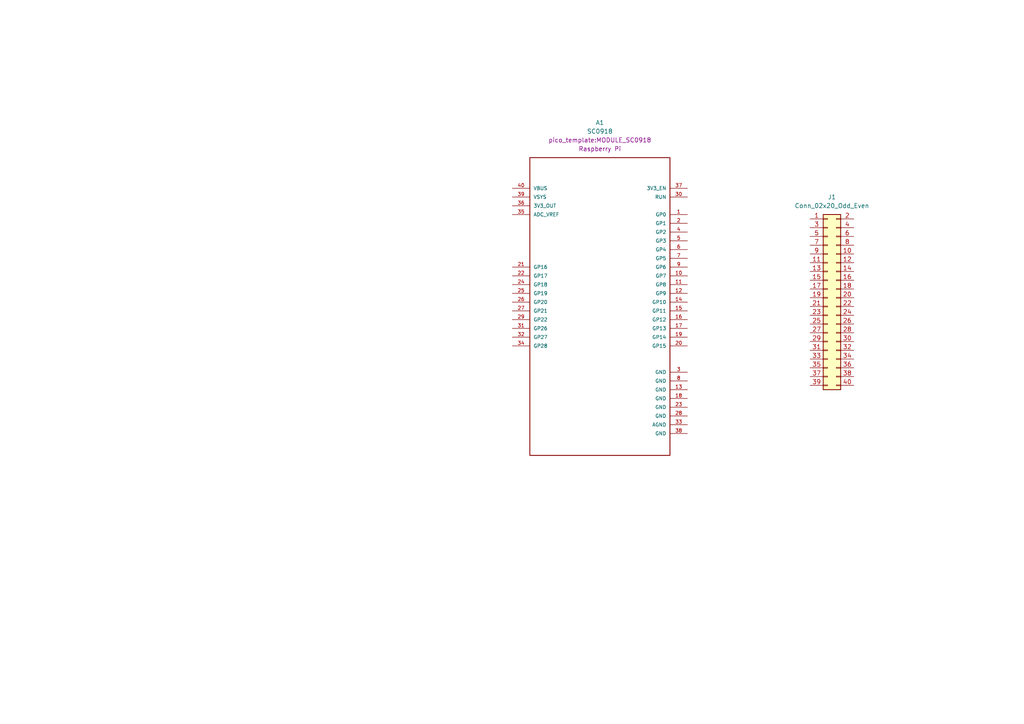
<source format=kicad_sch>
(kicad_sch (version 20231120) (generator "eeschema") (generator_version "8.0")
  (paper "A4")
  (lib_symbols
    (symbol "Connector_Generic:Conn_02x20_Odd_Even" (pin_names (offset 1.016) hide)
      (property "Reference" "J" (at 1.27 25.4 0))
      (property "Value" "Conn_02x20_Odd_Even" (at 1.27 -27.94 0))
      (symbol "Conn_02x20_Odd_Even_1_1"
        (rectangle (start -1.27 -25.273) (end 0 -25.527) (stroke (width 0.1524)))
        (rectangle (start -1.27 -22.733) (end 0 -22.987) (stroke (width 0.1524)))
        (rectangle (start -1.27 -20.193) (end 0 -20.447) (stroke (width 0.1524)))
        (rectangle (start -1.27 -17.653) (end 0 -17.907) (stroke (width 0.1524)))
        (rectangle (start -1.27 -15.113) (end 0 -15.367) (stroke (width 0.1524)))
        (rectangle (start -1.27 -12.573) (end 0 -12.827) (stroke (width 0.1524)))
        (rectangle (start -1.27 -10.033) (end 0 -10.287) (stroke (width 0.1524)))
        (rectangle (start -1.27 -7.493) (end 0 -7.747) (stroke (width 0.1524)))
        (rectangle (start -1.27 -4.953) (end 0 -5.207) (stroke (width 0.1524)))
        (rectangle (start -1.27 -2.413) (end 0 -2.667) (stroke (width 0.1524)))
        (rectangle (start -1.27 0.127) (end 0 -0.127) (stroke (width 0.1524)))
        (rectangle (start -1.27 2.667) (end 0 2.413) (stroke (width 0.1524)))
        (rectangle (start -1.27 5.207) (end 0 4.953) (stroke (width 0.1524)))
        (rectangle (start -1.27 7.747) (end 0 7.493) (stroke (width 0.1524)))
        (rectangle (start -1.27 10.287) (end 0 10.033) (stroke (width 0.1524)))
        (rectangle (start -1.27 12.827) (end 0 12.573) (stroke (width 0.1524)))
        (rectangle (start -1.27 15.367) (end 0 15.113) (stroke (width 0.1524)))
        (rectangle (start -1.27 17.907) (end 0 17.653) (stroke (width 0.1524)))
        (rectangle (start -1.27 20.447) (end 0 20.193) (stroke (width 0.1524)))
        (rectangle (start -1.27 22.987) (end 0 22.733) (stroke (width 0.1524)))
        (rectangle (start -1.27 24.13) (end 3.81 -26.67) (stroke (width 0.254)) (fill (type background)))
        (rectangle (start 3.81 -25.273) (end 2.54 -25.527) (stroke (width 0.1524)))
        (rectangle (start 3.81 -22.733) (end 2.54 -22.987) (stroke (width 0.1524)))
        (rectangle (start 3.81 -20.193) (end 2.54 -20.447) (stroke (width 0.1524)))
        (rectangle (start 3.81 -17.653) (end 2.54 -17.907) (stroke (width 0.1524)))
        (rectangle (start 3.81 -15.113) (end 2.54 -15.367) (stroke (width 0.1524)))
        (rectangle (start 3.81 -12.573) (end 2.54 -12.827) (stroke (width 0.1524)))
        (rectangle (start 3.81 -10.033) (end 2.54 -10.287) (stroke (width 0.1524)))
        (rectangle (start 3.81 -7.493) (end 2.54 -7.747) (stroke (width 0.1524)))
        (rectangle (start 3.81 -4.953) (end 2.54 -5.207) (stroke (width 0.1524)))
        (rectangle (start 3.81 -2.413) (end 2.54 -2.667) (stroke (width 0.1524)))
        (rectangle (start 3.81 0.127) (end 2.54 -0.127) (stroke (width 0.1524)))
        (rectangle (start 3.81 2.667) (end 2.54 2.413) (stroke (width 0.1524)))
        (rectangle (start 3.81 5.207) (end 2.54 4.953) (stroke (width 0.1524)))
        (rectangle (start 3.81 7.747) (end 2.54 7.493) (stroke (width 0.1524)))
        (rectangle (start 3.81 10.287) (end 2.54 10.033) (stroke (width 0.1524)))
        (rectangle (start 3.81 12.827) (end 2.54 12.573) (stroke (width 0.1524)))
        (rectangle (start 3.81 15.367) (end 2.54 15.113) (stroke (width 0.1524)))
        (rectangle (start 3.81 17.907) (end 2.54 17.653) (stroke (width 0.1524)))
        (rectangle (start 3.81 20.447) (end 2.54 20.193) (stroke (width 0.1524)))
        (rectangle (start 3.81 22.987) (end 2.54 22.733) (stroke (width 0.1524)))
        (pin passive line (at -5.08 22.86 0) (length 3.81) (name "Pin_1") (number "1"))
        (pin passive line (at 7.62 12.7 180) (length 3.81) (name "Pin_10") (number "10"))
        (pin passive line (at -5.08 10.16 0) (length 3.81) (name "Pin_11") (number "11"))
        (pin passive line (at 7.62 10.16 180) (length 3.81) (name "Pin_12") (number "12"))
        (pin passive line (at -5.08 7.62 0) (length 3.81) (name "Pin_13") (number "13"))
        (pin passive line (at 7.62 7.62 180) (length 3.81) (name "Pin_14") (number "14"))
        (pin passive line (at -5.08 5.08 0) (length 3.81) (name "Pin_15") (number "15"))
        (pin passive line (at 7.62 5.08 180) (length 3.81) (name "Pin_16") (number "16"))
        (pin passive line (at -5.08 2.54 0) (length 3.81) (name "Pin_17") (number "17"))
        (pin passive line (at 7.62 2.54 180) (length 3.81) (name "Pin_18") (number "18"))
        (pin passive line (at -5.08 0 0) (length 3.81) (name "Pin_19") (number "19"))
        (pin passive line (at 7.62 22.86 180) (length 3.81) (name "Pin_2") (number "2"))
        (pin passive line (at 7.62 0 180) (length 3.81) (name "Pin_20") (number "20"))
        (pin passive line (at -5.08 -2.54 0) (length 3.81) (name "Pin_21") (number "21"))
        (pin passive line (at 7.62 -2.54 180) (length 3.81) (name "Pin_22") (number "22"))
        (pin passive line (at -5.08 -5.08 0) (length 3.81) (name "Pin_23") (number "23"))
        (pin passive line (at 7.62 -5.08 180) (length 3.81) (name "Pin_24") (number "24"))
        (pin passive line (at -5.08 -7.62 0) (length 3.81) (name "Pin_25") (number "25"))
        (pin passive line (at 7.62 -7.62 180) (length 3.81) (name "Pin_26") (number "26"))
        (pin passive line (at -5.08 -10.16 0) (length 3.81) (name "Pin_27") (number "27"))
        (pin passive line (at 7.62 -10.16 180) (length 3.81) (name "Pin_28") (number "28"))
        (pin passive line (at -5.08 -12.7 0) (length 3.81) (name "Pin_29") (number "29"))
        (pin passive line (at -5.08 20.32 0) (length 3.81) (name "Pin_3") (number "3"))
        (pin passive line (at 7.62 -12.7 180) (length 3.81) (name "Pin_30") (number "30"))
        (pin passive line (at -5.08 -15.24 0) (length 3.81) (name "Pin_31") (number "31"))
        (pin passive line (at 7.62 -15.24 180) (length 3.81) (name "Pin_32") (number "32"))
        (pin passive line (at -5.08 -17.78 0) (length 3.81) (name "Pin_33") (number "33"))
        (pin passive line (at 7.62 -17.78 180) (length 3.81) (name "Pin_34") (number "34"))
        (pin passive line (at -5.08 -20.32 0) (length 3.81) (name "Pin_35") (number "35"))
        (pin passive line (at 7.62 -20.32 180) (length 3.81) (name "Pin_36") (number "36"))
        (pin passive line (at -5.08 -22.86 0) (length 3.81) (name "Pin_37") (number "37"))
        (pin passive line (at 7.62 -22.86 180) (length 3.81) (name "Pin_38") (number "38"))
        (pin passive line (at -5.08 -25.4 0) (length 3.81) (name "Pin_39") (number "39"))
        (pin passive line (at 7.62 20.32 180) (length 3.81) (name "Pin_4") (number "4"))
        (pin passive line (at 7.62 -25.4 180) (length 3.81) (name "Pin_40") (number "40"))
        (pin passive line (at -5.08 17.78 0) (length 3.81) (name "Pin_5") (number "5"))
        (pin passive line (at 7.62 17.78 180) (length 3.81) (name "Pin_6") (number "6"))
        (pin passive line (at -5.08 15.24 0) (length 3.81) (name "Pin_7") (number "7"))
        (pin passive line (at 7.62 15.24 180) (length 3.81) (name "Pin_8") (number "8"))
        (pin passive line (at -5.08 12.7 0) (length 3.81) (name "Pin_9") (number "9"))
      )
    )
    (symbol "Raspberry_Pi_Pico_W_SC0918:SC0918" (pin_names (offset 1.016))
      (property "Reference" "A1" (at 0 58.42 0))
      (property "Value" "SC0918" (at 0 55.88 0))
      (property "Footprint" "Raspberry Pi:MODULE_SC0918" (at -12.7 -46.99 0))
      (property "manufacturer" "Raspberry Pi" (at 0 53.34 0))
      (symbol "SC0918_0_0"
        (rectangle (start -20.32 -43.18) (end 20.32 43.18) (stroke (width 0.254)))
        (pin bidirectional line (at -25.4 26.67 0) (length 5.08) (name "GP0") (number "1"))
        (pin bidirectional line (at -25.4 8.89 0) (length 5.08) (name "GP7") (number "10"))
        (pin bidirectional line (at -25.4 6.35 0) (length 5.08) (name "GP8") (number "11"))
        (pin bidirectional line (at -25.4 3.81 0) (length 5.08) (name "GP9") (number "12"))
        (pin power_in line (at -25.4 -24.13 0) (length 5.08) (name "GND") (number "13"))
        (pin bidirectional line (at -25.4 1.27 0) (length 5.08) (name "GP10") (number "14"))
        (pin bidirectional line (at -25.4 -1.27 0) (length 5.08) (name "GP11") (number "15"))
        (pin bidirectional line (at -25.4 -3.81 0) (length 5.08) (name "GP12") (number "16"))
        (pin bidirectional line (at -25.4 -6.35 0) (length 5.08) (name "GP13") (number "17"))
        (pin power_in line (at -25.4 -26.67 0) (length 5.08) (name "GND") (number "18"))
        (pin bidirectional line (at -25.4 -8.89 0) (length 5.08) (name "GP14") (number "19"))
        (pin bidirectional line (at -25.4 24.13 0) (length 5.08) (name "GP1") (number "2"))
        (pin bidirectional line (at -25.4 -11.43 0) (length 5.08) (name "GP15") (number "20"))
        (pin bidirectional line (at 25.4 11.43 180) (length 5.08) (name "GP16") (number "21"))
        (pin bidirectional line (at 25.4 8.89 180) (length 5.08) (name "GP17") (number "22"))
        (pin power_in line (at -25.4 -29.21 0) (length 5.08) (name "GND") (number "23"))
        (pin bidirectional line (at 25.4 6.35 180) (length 5.08) (name "GP18") (number "24"))
        (pin bidirectional line (at 25.4 3.81 180) (length 5.08) (name "GP19") (number "25"))
        (pin bidirectional line (at 25.4 1.27 180) (length 5.08) (name "GP20") (number "26"))
        (pin bidirectional line (at 25.4 -1.27 180) (length 5.08) (name "GP21") (number "27"))
        (pin power_in line (at -25.4 -31.75 0) (length 5.08) (name "GND") (number "28"))
        (pin bidirectional line (at 25.4 -3.81 180) (length 5.08) (name "GP22") (number "29"))
        (pin power_in line (at -25.4 -19.05 0) (length 5.08) (name "GND") (number "3"))
        (pin input line (at -25.4 31.75 0) (length 5.08) (name "RUN") (number "30"))
        (pin bidirectional line (at 25.4 -6.35 180) (length 5.08) (name "GP26") (number "31"))
        (pin bidirectional line (at 25.4 -8.89 180) (length 5.08) (name "GP27") (number "32"))
        (pin power_in line (at -25.4 -34.29 0) (length 5.08) (name "AGND") (number "33"))
        (pin bidirectional line (at 25.4 -11.43 180) (length 5.08) (name "GP28") (number "34"))
        (pin power_in line (at 25.4 26.67 180) (length 5.08) (name "ADC_VREF") (number "35"))
        (pin power_in line (at 25.4 29.21 180) (length 5.08) (name "3V3_OUT") (number "36"))
        (pin input line (at -25.4 34.29 0) (length 5.08) (name "3V3_EN") (number "37"))
        (pin power_in line (at -25.4 -36.83 0) (length 5.08) (name "GND") (number "38"))
        (pin free line (at 25.4 31.75 180) (length 5.08) (name "VSYS") (number "39"))
        (pin bidirectional line (at -25.4 21.59 0) (length 5.08) (name "GP2") (number "4"))
        (pin free line (at 25.4 34.29 180) (length 5.08) (name "VBUS") (number "40"))
        (pin bidirectional line (at -25.4 19.05 0) (length 5.08) (name "GP3") (number "5"))
        (pin bidirectional line (at -25.4 16.51 0) (length 5.08) (name "GP4") (number "6"))
        (pin bidirectional line (at -25.4 13.97 0) (length 5.08) (name "GP5") (number "7"))
        (pin power_in line (at -25.4 -21.59 0) (length 5.08) (name "GND") (number "8"))
        (pin bidirectional line (at -25.4 11.43 0) (length 5.08) (name "GP6") (number "9"))
      )
    )
  )
  (symbol (lib_id "Raspberry_Pi_Pico_W_SC0918:SC0918") (at 173.99 88.9 0) (mirror y) (unit 1)
    (property "Reference" "A1" (at 173.99 35.56 0))
    (property "Value" "SC0918" (at 173.99 38.1 0))
    (property "Footprint" "pico_template:MODULE_SC0918" (at 173.99 40.64 0))
    (property "Datasheet" "https://datasheets.raspberrypi.com/picow/pico-w-datasheet.pdf" (effects (hide yes)))
    (property "manufacturer" "Raspberry Pi" (at 173.99 43.18 0))
    (property "P/N" "SC0918" (effects (hide yes)))
    (property "PARTREV" "1.6" (effects (hide yes)))
    (property "MAXIMUM_PACKAGE_HEIGHT" "3.73mm" (effects (hide yes)))
  )
  (symbol (lib_id "Connector_Generic:Conn_02x20_Odd_Even") (at 240.03 86.36 0) (unit 1)
    (property "Reference" "J1" (at 241.3 57.15 0))
    (property "Value" "Conn_02x20_Odd_Even" (at 241.3 59.69 0))
    (property "Footprint" "RPI_Hat:RPI_Hat_B+" (effects (hide yes)))
    (property "Description" "Generic connector, double row, 02x20, odd/even pin numbering scheme (row 1 odd numbers, row 2 even numbers), script generated (kicad-library-utils/schlib/autogen/connector/)" (effects (hide yes)))
  )
)
</source>
